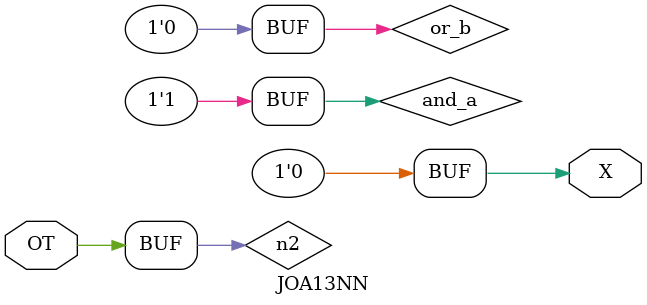
<source format=v>
module JOA13NN(OT, X);
input   OT; 
output  X;  

wire n1, n2, and_a, and_b, or_a, or_b;

// Perform initial inversion
not     (n1, OT);

// Generate intermediate signals
nand    (n2, n1, n1); // Equivalent to not with less area for some technologies

// Use nand and nor instead of separate and, or, and not gates
nand    (and_a, n2, n1);
nor     (or_b, n1, n2);

// Reorganize logic operations to minimize intermediate signals
xnor    (X, and_a, or_b);

endmodule
</source>
